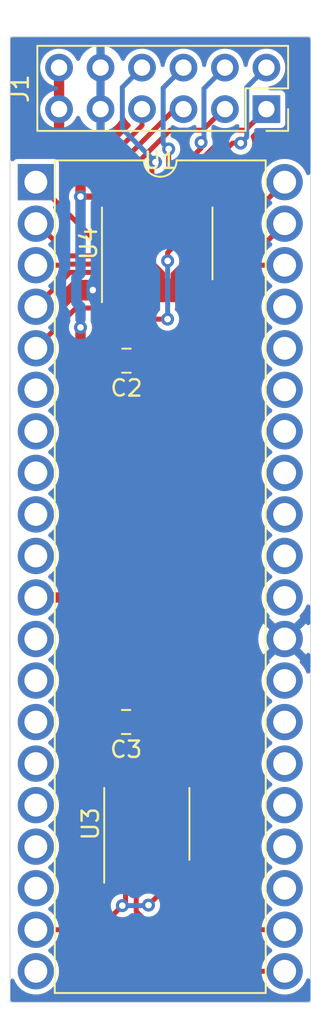
<source format=kicad_pcb>
(kicad_pcb (version 20240108) (generator "pcbnew") (generator_version "8.0")
  (layers (0 "F.Cu" signal) (31 "B.Cu" signal) (34 "B.Paste" user) (35 "F.Paste" user) (36 "B.SilkS" user "B.Silkscreen") (37 "F.SilkS" user "F.Silkscreen") (38 "B.Mask" user) (39 "F.Mask" user) (44 "Edge.Cuts" user))
  (net 0 "")
  (net 1 "+5V")
  (net 2 "GND")
  (net 3 "D4")
  (net 4 "D7")
  (net 5 "D1")
  (net 6 "D6")
  (net 7 "A0")
  (net 8 "D3")
  (net 9 "A1")
  (net 10 "D5")
  (net 11 "D0")
  (net 12 "A4")
  (net 13 "D2")
  (net 14 "A3")
  (net 15 "A5")
  (net 16 "A7")
  (net 17 "A6")
  (net 18 "A2")
  (net 19 "_RESET")
  (net 20 "_M1")
  (net 21 "_IORQ")
  (net 22 "A11")
  (net 23 "_RD")
  (net 24 "A12")
  (net 25 "_WR")
  (net 26 "A13")
  (net 27 "_BUSAK")
  (net 28 "A14")
  (net 29 "_WAIT")
  (net 30 "A15")
  (net 31 "_BUSRQ")
  (net 32 "CLK")
  (net 33 "_REFSH")
  (net 34 "_INT")
  (net 35 "_NMI")
  (net 36 "_HALT")
  (net 37 "A8")
  (net 38 "_MREQ")
  (net 39 "A9")
  (net 40 "A10")
  (net 41 "Net-(U3-Pad1)")
  (net 42 "Net-(U3-Pad4)")
  (net 43 "Net-(U3-Pad10)")
  (net 44 "LOAD")
  (net 45 "X8")
  (net 46 "X9")
  (net 47 "X12")
  (net 48 "X15")
  (net 49 "X11")
  (net 50 "X14")
  (net 51 "X10")
  (net 52 "X13")
  (footprint "Capacitor_SMD:C_0805_2012Metric_Pad1.18x1.45mm_HandSolder" (layer "F.Cu") (at 141.732 64.77 180)
    (property "Reference" "C3" (at 0 -1.68 0) (layer "F.SilkS"))
    (property "Value" "0.1uF")
    (fp_line (start -0.261252 0.735) (end 0.261252 0.735) (stroke (width 0.12)) (layer "F.SilkS"))
    (fp_line (start -0.261252 -0.735) (end 0.261252 -0.735) (stroke (width 0.12)) (layer "F.SilkS"))
    (pad "1" smd roundrect (at -1.0375 0 180) (size 1.175 1.45) (layers "F.Cu" "F.Paste" "F.Mask") (roundrect_rratio 0.2127659574) (net 2 "GND"))
    (pad "2" smd roundrect (at 1.0375 0 180) (size 1.175 1.45) (layers "F.Cu" "F.Paste" "F.Mask") (roundrect_rratio 0.2127659574) (net 1 "+5V"))
  )
  (footprint "Package_SO:TSSOP-20_4.4x6.5mm_P0.65mm" (layer "F.Cu") (at 143.6375 35.5 90)
    (property "Reference" "U4" (at 0 -4.2 90) (layer "F.SilkS"))
    (property "Value" "74HCT574")
    (fp_line (start 0 -3.385) (end 2.2 -3.385) (stroke (width 0.12)) (layer "F.SilkS"))
    (fp_line (start 0 -3.385) (end -3.6 -3.385) (stroke (width 0.12)) (layer "F.SilkS"))
    (fp_line (start 0 3.385) (end 2.2 3.385) (stroke (width 0.12)) (layer "F.SilkS"))
    (fp_line (start 0 3.385) (end -2.2 3.385) (stroke (width 0.12)) (layer "F.SilkS"))
    (pad "1" smd roundrect (at -2.8625 -2.925 90) (size 1.475 0.4) (layers "F.Cu" "F.Paste" "F.Mask") (net 2 "GND"))
    (pad "2" smd roundrect (at -2.8625 -2.275 90) (size 1.475 0.4) (layers "F.Cu" "F.Paste" "F.Mask") (net 30 "A15"))
    (pad "3" smd roundrect (at -2.8625 -1.625 90) (size 1.475 0.4) (layers "F.Cu" "F.Paste" "F.Mask") (net 28 "A14"))
    (pad "4" smd roundrect (at -2.8625 -0.975 90) (size 1.475 0.4) (layers "F.Cu" "F.Paste" "F.Mask") (net 26 "A13"))
    (pad "5" smd roundrect (at -2.8625 -0.325 90) (size 1.475 0.4) (layers "F.Cu" "F.Paste" "F.Mask") (net 24 "A12"))
    (pad "6" smd roundrect (at -2.8625 0.325 90) (size 1.475 0.4) (layers "F.Cu" "F.Paste" "F.Mask") (net 22 "A11"))
    (pad "7" smd roundrect (at -2.8625 0.975 90) (size 1.475 0.4) (layers "F.Cu" "F.Paste" "F.Mask") (net 40 "A10"))
    (pad "8" smd roundrect (at -2.8625 1.625 90) (size 1.475 0.4) (layers "F.Cu" "F.Paste" "F.Mask") (net 39 "A9"))
    (pad "9" smd roundrect (at -2.8625 2.275 90) (size 1.475 0.4) (layers "F.Cu" "F.Paste" "F.Mask") (net 37 "A8"))
    (pad "10" smd roundrect (at -2.8625 2.925 90) (size 1.475 0.4) (layers "F.Cu" "F.Paste" "F.Mask") (net 2 "GND"))
    (pad "11" smd roundrect (at 2.8625 2.925 90) (size 1.475 0.4) (layers "F.Cu" "F.Paste" "F.Mask") (net 44 "LOAD"))
    (pad "12" smd roundrect (at 2.8625 2.275 90) (size 1.475 0.4) (layers "F.Cu" "F.Paste" "F.Mask") (net 45 "X8"))
    (pad "13" smd roundrect (at 2.8625 1.625 90) (size 1.475 0.4) (layers "F.Cu" "F.Paste" "F.Mask") (net 46 "X9"))
    (pad "14" smd roundrect (at 2.8625 0.975 90) (size 1.475 0.4) (layers "F.Cu" "F.Paste" "F.Mask") (net 51 "X10"))
    (pad "15" smd roundrect (at 2.8625 0.325 90) (size 1.475 0.4) (layers "F.Cu" "F.Paste" "F.Mask") (net 49 "X11"))
    (pad "16" smd roundrect (at 2.8625 -0.325 90) (size 1.475 0.4) (layers "F.Cu" "F.Paste" "F.Mask") (net 47 "X12"))
    (pad "17" smd roundrect (at 2.8625 -0.975 90) (size 1.475 0.4) (layers "F.Cu" "F.Paste" "F.Mask") (net 52 "X13"))
    (pad "18" smd roundrect (at 2.8625 -1.625 90) (size 1.475 0.4) (layers "F.Cu" "F.Paste" "F.Mask") (net 50 "X14"))
    (pad "19" smd roundrect (at 2.8625 -2.275 90) (size 1.475 0.4) (layers "F.Cu" "F.Paste" "F.Mask") (net 48 "X15"))
    (pad "20" smd roundrect (at 2.8625 -2.925 90) (size 1.475 0.4) (layers "F.Cu" "F.Paste" "F.Mask") (net 1 "+5V"))
  )
  (footprint "Package_DIP:DIP-40_W15.24mm" (layer "F.Cu") (at 136.2025 31.755)
    (property "Reference" "U1" (at 7.62 -1.33 0) (layer "F.SilkS"))
    (property "Value" "Z80")
    (fp_line (start 1.16 -1.33) (end 1.16 49.59) (stroke (width 0.12)) (layer "F.SilkS"))
    (fp_line (start 1.16 49.59) (end 14.08 49.59) (stroke (width 0.12)) (layer "F.SilkS"))
    (fp_line (start 6.62 -1.33) (end 1.16 -1.33) (stroke (width 0.12)) (layer "F.SilkS"))
    (fp_line (start 14.08 -1.33) (end 8.62 -1.33) (stroke (width 0.12)) (layer "F.SilkS"))
    (fp_line (start 14.08 49.59) (end 14.08 -1.33) (stroke (width 0.12)) (layer "F.SilkS"))
    (fp_arc (start 8.62 -1.33) (mid 7.62 -0.33) (end 6.62 -1.33) (stroke (width 0.12)) (layer "F.SilkS"))
    (pad "1" thru_hole rect (at 0 0) (size 2.2225 2.2225) (drill 1.397) (layers "*.Cu" "*.Mask") (net 22 "A11"))
    (pad "2" thru_hole circle (at 0 2.54) (size 2.2225 2.2225) (drill 1.397) (layers "*.Cu" "*.Mask") (net 24 "A12"))
    (pad "3" thru_hole circle (at 0 5.08) (size 2.2225 2.2225) (drill 1.397) (layers "*.Cu" "*.Mask") (net 26 "A13"))
    (pad "4" thru_hole circle (at 0 7.62) (size 2.2225 2.2225) (drill 1.397) (layers "*.Cu" "*.Mask") (net 28 "A14"))
    (pad "5" thru_hole circle (at 0 10.16) (size 2.2225 2.2225) (drill 1.397) (layers "*.Cu" "*.Mask") (net 30 "A15"))
    (pad "6" thru_hole circle (at 0 12.7) (size 2.2225 2.2225) (drill 1.397) (layers "*.Cu" "*.Mask") (net 32 "CLK"))
    (pad "7" thru_hole circle (at 0 15.24) (size 2.2225 2.2225) (drill 1.397) (layers "*.Cu" "*.Mask") (net 3 "D4"))
    (pad "8" thru_hole circle (at 0 17.78) (size 2.2225 2.2225) (drill 1.397) (layers "*.Cu" "*.Mask") (net 8 "D3"))
    (pad "9" thru_hole circle (at 0 20.32) (size 2.2225 2.2225) (drill 1.397) (layers "*.Cu" "*.Mask") (net 10 "D5"))
    (pad "10" thru_hole circle (at 0 22.86) (size 2.2225 2.2225) (drill 1.397) (layers "*.Cu" "*.Mask") (net 6 "D6"))
    (pad "11" thru_hole circle (at 0 25.4) (size 2.2225 2.2225) (drill 1.397) (layers "*.Cu" "*.Mask") (net 1 "+5V"))
    (pad "12" thru_hole circle (at 0 27.94) (size 2.2225 2.2225) (drill 1.397) (layers "*.Cu" "*.Mask") (net 13 "D2"))
    (pad "13" thru_hole circle (at 0 30.48) (size 2.2225 2.2225) (drill 1.397) (layers "*.Cu" "*.Mask") (net 4 "D7"))
    (pad "14" thru_hole circle (at 0 33.02) (size 2.2225 2.2225) (drill 1.397) (layers "*.Cu" "*.Mask") (net 11 "D0"))
    (pad "15" thru_hole circle (at 0 35.56) (size 2.2225 2.2225) (drill 1.397) (layers "*.Cu" "*.Mask") (net 5 "D1"))
    (pad "16" thru_hole circle (at 0 38.1) (size 2.2225 2.2225) (drill 1.397) (layers "*.Cu" "*.Mask") (net 34 "_INT"))
    (pad "17" thru_hole circle (at 0 40.64) (size 2.2225 2.2225) (drill 1.397) (layers "*.Cu" "*.Mask") (net 35 "_NMI"))
    (pad "18" thru_hole circle (at 0 43.18) (size 2.2225 2.2225) (drill 1.397) (layers "*.Cu" "*.Mask") (net 36 "_HALT"))
    (pad "19" thru_hole circle (at 0 45.72) (size 2.2225 2.2225) (drill 1.397) (layers "*.Cu" "*.Mask") (net 38 "_MREQ"))
    (pad "20" thru_hole circle (at 0 48.26) (size 2.2225 2.2225) (drill 1.397) (layers "*.Cu" "*.Mask") (net 21 "_IORQ"))
    (pad "21" thru_hole circle (at 15.24 48.26) (size 2.2225 2.2225) (drill 1.397) (layers "*.Cu" "*.Mask") (net 23 "_RD"))
    (pad "22" thru_hole circle (at 15.24 45.72) (size 2.2225 2.2225) (drill 1.397) (layers "*.Cu" "*.Mask") (net 25 "_WR"))
    (pad "23" thru_hole circle (at 15.24 43.18) (size 2.2225 2.2225) (drill 1.397) (layers "*.Cu" "*.Mask") (net 27 "_BUSAK"))
    (pad "24" thru_hole circle (at 15.24 40.64) (size 2.2225 2.2225) (drill 1.397) (layers "*.Cu" "*.Mask") (net 29 "_WAIT"))
    (pad "25" thru_hole circle (at 15.24 38.1) (size 2.2225 2.2225) (drill 1.397) (layers "*.Cu" "*.Mask") (net 31 "_BUSRQ"))
    (pad "26" thru_hole circle (at 15.24 35.56) (size 2.2225 2.2225) (drill 1.397) (layers "*.Cu" "*.Mask") (net 19 "_RESET"))
    (pad "27" thru_hole circle (at 15.24 33.02) (size 2.2225 2.2225) (drill 1.397) (layers "*.Cu" "*.Mask") (net 20 "_M1"))
    (pad "28" thru_hole circle (at 15.24 30.48) (size 2.2225 2.2225) (drill 1.397) (layers "*.Cu" "*.Mask") (net 33 "_REFSH"))
    (pad "29" thru_hole circle (at 15.24 27.94) (size 2.2225 2.2225) (drill 1.397) (layers "*.Cu" "*.Mask") (net 2 "GND"))
    (pad "30" thru_hole circle (at 15.24 25.4) (size 2.2225 2.2225) (drill 1.397) (layers "*.Cu" "*.Mask") (net 7 "A0"))
    (pad "31" thru_hole circle (at 15.24 22.86) (size 2.2225 2.2225) (drill 1.397) (layers "*.Cu" "*.Mask") (net 9 "A1"))
    (pad "32" thru_hole circle (at 15.24 20.32) (size 2.2225 2.2225) (drill 1.397) (layers "*.Cu" "*.Mask") (net 18 "A2"))
    (pad "33" thru_hole circle (at 15.24 17.78) (size 2.2225 2.2225) (drill 1.397) (layers "*.Cu" "*.Mask") (net 14 "A3"))
    (pad "34" thru_hole circle (at 15.24 15.24) (size 2.2225 2.2225) (drill 1.397) (layers "*.Cu" "*.Mask") (net 12 "A4"))
    (pad "35" thru_hole circle (at 15.24 12.7) (size 2.2225 2.2225) (drill 1.397) (layers "*.Cu" "*.Mask") (net 15 "A5"))
    (pad "36" thru_hole circle (at 15.24 10.16) (size 2.2225 2.2225) (drill 1.397) (layers "*.Cu" "*.Mask") (net 17 "A6"))
    (pad "37" thru_hole circle (at 15.24 7.62) (size 2.2225 2.2225) (drill 1.397) (layers "*.Cu" "*.Mask") (net 16 "A7"))
    (pad "38" thru_hole circle (at 15.24 5.08) (size 2.2225 2.2225) (drill 1.397) (layers "*.Cu" "*.Mask") (net 37 "A8"))
    (pad "39" thru_hole circle (at 15.24 2.54) (size 2.2225 2.2225) (drill 1.397) (layers "*.Cu" "*.Mask") (net 39 "A9"))
    (pad "40" thru_hole circle (at 15.24 0) (size 2.2225 2.2225) (drill 1.397) (layers "*.Cu" "*.Mask") (net 40 "A10"))
  )
  (footprint "Capacitor_SMD:C_0805_2012Metric_Pad1.18x1.45mm_HandSolder" (layer "F.Cu") (at 141.7535 42.672 180)
    (property "Reference" "C2" (at 0 -1.68 0) (layer "F.SilkS"))
    (property "Value" "0.1uF")
    (fp_line (start -0.261252 0.735) (end 0.261252 0.735) (stroke (width 0.12)) (layer "F.SilkS"))
    (fp_line (start -0.261252 -0.735) (end 0.261252 -0.735) (stroke (width 0.12)) (layer "F.SilkS"))
    (pad "1" smd roundrect (at -1.0375 0 180) (size 1.175 1.45) (layers "F.Cu" "F.Paste" "F.Mask") (roundrect_rratio 0.2127659574) (net 2 "GND"))
    (pad "2" smd roundrect (at 1.0375 0 180) (size 1.175 1.45) (layers "F.Cu" "F.Paste" "F.Mask") (roundrect_rratio 0.2127659574) (net 1 "+5V"))
  )
  (footprint "Connector_PinSocket_2.54mm:PinSocket_2x06_P2.54mm_Vertical" (layer "F.Cu") (at 150.325 27.29 -90)
    (property "Reference" "J1" (at -1.255 15.07 -90) (layer "F.SilkS"))
    (property "Value" "PMOD")
    (fp_line (start -3.87 14.03) (end 1.33 14.03) (stroke (width 0.12)) (layer "F.SilkS"))
    (fp_line (start -1.27 1.27) (end 1.33 1.27) (stroke (width 0.12)) (layer "F.SilkS"))
    (fp_line (start 1.33 1.27) (end 1.33 14.03) (stroke (width 0.12)) (layer "F.SilkS"))
    (fp_line (start -3.87 -1.33) (end -3.87 14.03) (stroke (width 0.12)) (layer "F.SilkS"))
    (fp_line (start -3.87 -1.33) (end -1.27 -1.33) (stroke (width 0.12)) (layer "F.SilkS"))
    (fp_line (start -1.27 -1.33) (end -1.27 1.27) (stroke (width 0.12)) (layer "F.SilkS"))
    (fp_line (start 0 -1.33) (end 1.33 -1.33) (stroke (width 0.12)) (layer "F.SilkS"))
    (fp_line (start 1.33 -1.33) (end 1.33 0) (stroke (width 0.12)) (layer "F.SilkS"))
    (pad "1" thru_hole rect (at 0 0 270) (size 1.7 1.7) (drill 1) (layers "*.Cu" "*.Mask") (net 46 "X9"))
    (pad "2" thru_hole oval (at -2.54 0 270) (size 1.7 1.7) (drill 1) (layers "*.Cu" "*.Mask") (net 45 "X8"))
    (pad "3" thru_hole oval (at 0 2.54 270) (size 1.7 1.7) (drill 1) (layers "*.Cu" "*.Mask") (net 52 "X13"))
    (pad "4" thru_hole oval (at -2.54 2.54 270) (size 1.7 1.7) (drill 1) (layers "*.Cu" "*.Mask") (net 51 "X10"))
    (pad "5" thru_hole oval (at 0 5.08 270) (size 1.7 1.7) (drill 1) (layers "*.Cu" "*.Mask") (net 50 "X14"))
    (pad "6" thru_hole oval (at -2.54 5.08 270) (size 1.7 1.7) (drill 1) (layers "*.Cu" "*.Mask") (net 49 "X11"))
    (pad "7" thru_hole oval (at 0 7.62 270) (size 1.7 1.7) (drill 1) (layers "*.Cu" "*.Mask") (net 48 "X15"))
    (pad "8" thru_hole oval (at -2.54 7.62 270) (size 1.7 1.7) (drill 1) (layers "*.Cu" "*.Mask") (net 47 "X12"))
    (pad "9" thru_hole oval (at 0 10.16 270) (size 1.7 1.7) (drill 1) (layers "*.Cu" "*.Mask") (net 2 "GND"))
    (pad "10" thru_hole oval (at -2.54 10.16 270) (size 1.7 1.7) (drill 1) (layers "*.Cu" "*.Mask") (net 2 "GND"))
    (pad "11" thru_hole oval (at 0 12.7 270) (size 1.7 1.7) (drill 1) (layers "*.Cu" "*.Mask") (net 1 "+5V"))
    (pad "12" thru_hole oval (at -2.54 12.7 270) (size 1.7 1.7) (drill 1) (layers "*.Cu" "*.Mask") (net 1 "+5V"))
  )
  (footprint "Package_SO:TSSOP-14_4.4x5mm_P0.65mm" (layer "F.Cu") (at 143 71 90)
    (property "Reference" "U3" (at 0 -3.45 90) (layer "F.SilkS"))
    (property "Value" "74HCT02")
    (fp_line (start 0 -2.61) (end 2.2 -2.61) (stroke (width 0.12)) (layer "F.SilkS"))
    (fp_line (start 0 -2.61) (end -3.6 -2.61) (stroke (width 0.12)) (layer "F.SilkS"))
    (fp_line (start 0 2.61) (end 2.2 2.61) (stroke (width 0.12)) (layer "F.SilkS"))
    (fp_line (start 0 2.61) (end -2.2 2.61) (stroke (width 0.12)) (layer "F.SilkS"))
    (pad "1" smd roundrect (at -2.8625 -1.95 90) (size 1.475 0.4) (layers "F.Cu" "F.Paste" "F.Mask") (net 41 "Net-(U3-Pad1)"))
    (pad "2" smd roundrect (at -2.8625 -1.3 90) (size 1.475 0.4) (layers "F.Cu" "F.Paste" "F.Mask") (net 38 "_MREQ"))
    (pad "3" smd roundrect (at -2.8625 -0.65 90) (size 1.475 0.4) (layers "F.Cu" "F.Paste" "F.Mask") (net 23 "_RD"))
    (pad "4" smd roundrect (at -2.8625 0 90) (size 1.475 0.4) (layers "F.Cu" "F.Paste" "F.Mask") (net 42 "Net-(U3-Pad4)"))
    (pad "5" smd roundrect (at -2.8625 0.65 90) (size 1.475 0.4) (layers "F.Cu" "F.Paste" "F.Mask") (net 38 "_MREQ"))
    (pad "6" smd roundrect (at -2.8625 1.3 90) (size 1.475 0.4) (layers "F.Cu" "F.Paste" "F.Mask") (net 25 "_WR"))
    (pad "7" smd roundrect (at -2.8625 1.95 90) (size 1.475 0.4) (layers "F.Cu" "F.Paste" "F.Mask") (net 2 "GND"))
    (pad "8" smd roundrect (at 2.8625 1.95 90) (size 1.475 0.4) (layers "F.Cu" "F.Paste" "F.Mask") (net 42 "Net-(U3-Pad4)"))
    (pad "9" smd roundrect (at 2.8625 1.3 90) (size 1.475 0.4) (layers "F.Cu" "F.Paste" "F.Mask") (net 41 "Net-(U3-Pad1)"))
    (pad "10" smd roundrect (at 2.8625 0.65 90) (size 1.475 0.4) (layers "F.Cu" "F.Paste" "F.Mask") (net 43 "Net-(U3-Pad10)"))
    (pad "11" smd roundrect (at 2.8625 0 90) (size 1.475 0.4) (layers "F.Cu" "F.Paste" "F.Mask") (net 43 "Net-(U3-Pad10)"))
    (pad "12" smd roundrect (at 2.8625 -0.65 90) (size 1.475 0.4) (layers "F.Cu" "F.Paste" "F.Mask") (net 43 "Net-(U3-Pad10)"))
    (pad "13" smd roundrect (at 2.8625 -1.3 90) (size 1.475 0.4) (layers "F.Cu" "F.Paste" "F.Mask") (net 44 "LOAD"))
    (pad "14" smd roundrect (at 2.8625 -1.95 90) (size 1.475 0.4) (layers "F.Cu" "F.Paste" "F.Mask") (net 1 "+5V"))
  )
  (gr_rect (start 134.62 22.86) (end 153.035 81.915) (stroke (width 0.05)) (fill none) (layer "Edge.Cuts"))
  (segment (start 138.938 42.672) (end 138.938 40.64) (width 0.635) (layer "F.Cu") (net 1))
  (segment (start 136.2025 57.155) (end 138.933 57.155) (width 0.635) (layer "F.Cu") (net 1))
  (segment (start 140.716 42.672) (end 138.938 42.672) (width 0.635) (layer "F.Cu") (net 1))
  (segment (start 138.938 32.639) (end 138.9395 32.6375) (width 0.3048) (layer "F.Cu") (net 1))
  (segment (start 138.938 42.672) (end 138.938 57.15) (width 0.635) (layer "F.Cu") (net 1))
  (segment (start 138.938 68.072) (end 140.9845 68.072) (width 0.381) (layer "F.Cu") (net 1))
  (segment (start 138.9395 32.6375) (end 140.7125 32.6375) (width 0.381) (layer "F.Cu") (net 1))
  (segment (start 137.668 29.718) (end 137.625 29.675) (width 0.3048) (layer "F.Cu") (net 1))
  (segment (start 140.9845 68.072) (end 141.05 68.1375) (width 0.3048) (layer "F.Cu") (net 1))
  (segment (start 138.933 57.155) (end 138.938 57.15) (width 0.3048) (layer "F.Cu") (net 1))
  (segment (start 137.625 29.675) (end 137.625 24.75) (width 0.635) (layer "F.Cu") (net 1))
  (segment (start 138.938 32.639) (end 138.938 29.718) (width 0.635) (layer "F.Cu") (net 1))
  (segment (start 138.938 64.77) (end 138.938 68.072) (width 0.635) (layer "F.Cu") (net 1))
  (segment (start 140.6945 64.77) (end 138.938 64.77) (width 0.635) (layer "F.Cu") (net 1))
  (segment (start 138.938 29.718) (end 137.668 29.718) (width 0.635) (layer "F.Cu") (net 1))
  (segment (start 138.938 57.15) (end 138.938 64.77) (width 0.635) (layer "F.Cu") (net 1))
  (via (at 138.938 32.639) (size 0.8) (drill 0.4) (layers "F.Cu" "B.Cu") (net 1))
  (via (at 138.938 40.64) (size 0.8) (drill 0.4) (layers "F.Cu" "B.Cu") (net 1))
  (segment (start 138.938 37.338) (end 138.684 37.592) (width 0.635) (layer "B.Cu") (net 1))
  (segment (start 138.938 39.37) (end 138.938 40.132) (width 0.635) (layer "B.Cu") (net 1))
  (segment (start 138.938 32.639) (end 138.938 37.338) (width 0.635) (layer "B.Cu") (net 1))
  (segment (start 138.684 39.116) (end 138.938 39.37) (width 0.635) (layer "B.Cu") (net 1))
  (segment (start 138.684 37.592) (end 138.684 39.116) (width 0.635) (layer "B.Cu") (net 1))
  (segment (start 139.6984 38.3625) (end 140.7125 38.3625) (width 0.3048) (layer "F.Cu") (net 2))
  (segment (start 139.6899 38.354) (end 139.6984 38.3625) (width 0.3048) (layer "F.Cu") (net 2))
  (via (at 139.6899 38.354) (size 0.8) (drill 0.4) (layers "F.Cu" "B.Cu") (net 2))
  (segment (start 140.2582 35.7582) (end 142.399888 35.7582) (width 0.3048) (layer "F.Cu") (net 22))
  (segment (start 142.399888 35.7582) (end 143.9625 37.320812) (width 0.3048) (layer "F.Cu") (net 22))
  (segment (start 136.255 31.755) (end 140.2582 35.7582) (width 0.3048) (layer "F.Cu") (net 22))
  (segment (start 136.2025 31.755) (end 136.255 31.755) (width 0.3048) (layer "F.Cu") (net 22))
  (segment (start 143.9625 37.320812) (end 143.9625 38.3625) (width 0.3048) (layer "F.Cu") (net 22))
  (segment (start 151.4425 80.015) (end 146.015 80.015) (width 0.3048) (layer "F.Cu") (net 23))
  (segment (start 142.35 76.35) (end 142.35 73.8625) (width 0.3048) (layer "F.Cu") (net 23))
  (segment (start 146.015 80.015) (end 142.35 76.35) (width 0.3048) (layer "F.Cu") (net 23))
  (segment (start 138.263 36.263) (end 142.190792 36.263) (width 0.3048) (layer "F.Cu") (net 24))
  (segment (start 136.2025 34.295) (end 136.295 34.295) (width 0.3048) (layer "F.Cu") (net 24))
  (segment (start 136.295 34.295) (end 138.263 36.263) (width 0.3048) (layer "F.Cu") (net 24))
  (segment (start 143.3125 37.384708) (end 143.3125 38.3625) (width 0.3048) (layer "F.Cu") (net 24))
  (segment (start 142.190792 36.263) (end 143.3125 37.384708) (width 0.3048) (layer "F.Cu") (net 24))
  (segment (start 151.4425 77.475) (end 145.975 77.475) (width 0.3048) (layer "F.Cu") (net 25))
  (segment (start 145.975 77.475) (end 144.3 75.8) (width 0.3048) (layer "F.Cu") (net 25))
  (segment (start 144.3 75.8) (end 144.3 73.8625) (width 0.3048) (layer "F.Cu") (net 25))
  (segment (start 138.028604 36.835) (end 138.095805 36.7678) (width 0.3048) (layer "F.Cu") (net 26))
  (segment (start 142.6625 37.448604) (end 142.6625 38.3625) (width 0.3048) (layer "F.Cu") (net 26))
  (segment (start 138.095805 36.7678) (end 141.981696 36.7678) (width 0.3048) (layer "F.Cu") (net 26))
  (segment (start 136.2025 36.835) (end 138.028604 36.835) (width 0.3048) (layer "F.Cu") (net 26))
  (segment (start 141.981696 36.7678) (end 142.6625 37.448604) (width 0.3048) (layer "F.Cu") (net 26))
  (segment (start 136.2025 39.375) (end 138.3049 37.2726) (width 0.3048) (layer "F.Cu") (net 28))
  (segment (start 138.3049 37.2726) (end 141.7726 37.2726) (width 0.3048) (layer "F.Cu") (net 28))
  (segment (start 142.0125 37.5125) (end 142.0125 38.3625) (width 0.3048) (layer "F.Cu") (net 28))
  (segment (start 141.7726 37.2726) (end 142.0125 37.5125) (width 0.3048) (layer "F.Cu") (net 28))
  (segment (start 141.3625 39.08979) (end 141.3625 38.3625) (width 0.3048) (layer "F.Cu") (net 30))
  (segment (start 136.2025 41.915) (end 138.6651 39.4524) (width 0.3048) (layer "F.Cu") (net 30))
  (segment (start 140.99989 39.4524) (end 141.3625 39.08979) (width 0.3048) (layer "F.Cu") (net 30))
  (segment (start 138.6651 39.4524) (end 140.99989 39.4524) (width 0.3048) (layer "F.Cu") (net 30))
  (segment (start 151.4425 36.835) (end 146.71271 36.835) (width 0.3048) (layer "F.Cu") (net 37))
  (segment (start 145.9125 37.63521) (end 145.9125 38.3625) (width 0.3048) (layer "F.Cu") (net 37))
  (segment (start 146.71271 36.835) (end 145.9125 37.63521) (width 0.3048) (layer "F.Cu") (net 37))
  (segment (start 141.7 75.8) (end 141.7 73.8625) (width 0.3048) (layer "F.Cu") (net 38))
  (segment (start 143.65 75.420226) (end 143.65 73.8625) (width 0.3048) (layer "F.Cu") (net 38))
  (segment (start 143.1019 75.968326) (end 143.65 75.420226) (width 0.3048) (layer "F.Cu") (net 38))
  (segment (start 136.2025 77.475) (end 140.025 77.475) (width 0.3048) (layer "F.Cu") (net 38))
  (segment (start 140.025 77.475) (end 141.5 76) (width 0.3048) (layer "F.Cu") (net 38))
  (segment (start 141.5 76) (end 141.7 75.8) (width 0.3048) (layer "F.Cu") (net 38))
  (via (at 141.5 76) (size 0.8) (drill 0.4) (layers "F.Cu" "B.Cu") (net 38))
  (via (at 143.1019 75.968326) (size 0.8) (drill 0.4) (layers "F.Cu" "B.Cu") (net 38))
  (segment (start 143.070226 76) (end 141.5 76) (width 0.3048) (layer "B.Cu") (net 38))
  (segment (start 143.1019 75.968326) (end 143.070226 76) (width 0.3048) (layer "B.Cu") (net 38))
  (segment (start 145.2625 37.44001) (end 145.2625 38.3625) (width 0.3048) (layer "F.Cu") (net 39))
  (segment (start 151.4425 34.295) (end 149.4073 36.3302) (width 0.3048) (layer "F.Cu") (net 39))
  (segment (start 149.4073 36.3302) (end 146.37231 36.3302) (width 0.3048) (layer "F.Cu") (net 39))
  (segment (start 146.37231 36.3302) (end 145.2625 37.44001) (width 0.3048) (layer "F.Cu") (net 39))
  (segment (start 144.6125 37.376114) (end 144.6125 38.3625) (width 0.3048) (layer "F.Cu") (net 40))
  (segment (start 147.3721 35.8254) (end 146.163215 35.8254) (width 0.3048) (layer "F.Cu") (net 40))
  (segment (start 146.163215 35.8254) (end 144.6125 37.376114) (width 0.3048) (layer "F.Cu") (net 40))
  (segment (start 151.4425 31.755) (end 147.3721 35.8254) (width 0.3048) (layer "F.Cu") (net 40))
  (segment (start 141.05 72.45) (end 144.3 69.2) (width 0.3048) (layer "F.Cu") (net 41))
  (segment (start 141.05 73.8625) (end 141.05 72.45) (width 0.3048) (layer "F.Cu") (net 41))
  (segment (start 144.3 69.2) (end 144.3 68.1375) (width 0.3048) (layer "F.Cu") (net 41))
  (segment (start 143 73.8625) (end 143 72) (width 0.3048) (layer "F.Cu") (net 42))
  (segment (start 143 72) (end 144.95 70.05) (width 0.3048) (layer "F.Cu") (net 42))
  (segment (start 144.95 70.05) (end 144.95 68.1375) (width 0.3048) (layer "F.Cu") (net 42))
  (segment (start 143.65 68.1375) (end 142.35 68.1375) (width 0.3048) (layer "F.Cu") (net 43))
  (segment (start 146.5625 33.7775) (end 146.5625 32.6375) (width 0.3048) (layer "F.Cu") (net 44))
  (segment (start 144.272 40.132) (end 141.732 40.132) (width 0.3048) (layer "F.Cu") (net 44))
  (segment (start 141.732 40.132) (end 141.7 40.164) (width 0.3048) (layer "F.Cu") (net 44))
  (segment (start 144.276518 36.063482) (end 146.5625 33.7775) (width 0.3048) (layer "F.Cu") (net 44))
  (segment (start 141.7 40.164) (end 141.7 68.1375) (width 0.3048) (layer "F.Cu") (net 44))
  (segment (start 144.276518 36.571482) (end 144.276518 36.063482) (width 0.3048) (layer "F.Cu") (net 44))
  (via (at 144.272 40.132) (size 0.8) (drill 0.4) (layers "F.Cu" "B.Cu") (net 44))
  (via (at 144.276518 36.571482) (size 0.8) (drill 0.4) (layers "F.Cu" "B.Cu") (net 44))
  (segment (start 144.276518 40.127482) (end 144.272 40.132) (width 0.3048) (layer "B.Cu") (net 44))
  (segment (start 144.276518 36.571482) (end 144.276518 40.127482) (width 0.3048) (layer "B.Cu") (net 44))
  (segment (start 145.9125 31.701396) (end 145.9125 32.6375) (width 0.3048) (layer "F.Cu") (net 45))
  (segment (start 148.245146 29.36875) (end 145.9125 31.701396) (width 0.3048) (layer "F.Cu") (net 45))
  (segment (start 148.74875 29.36875) (end 148.245146 29.36875) (width 0.3048) (layer "F.Cu") (net 45))
  (via (at 148.74875 29.36875) (size 0.8) (drill 0.4) (layers "F.Cu" "B.Cu") (net 45))
  (segment (start 149.1226 28.9949) (end 149.1226 25.9524) (width 0.3048) (layer "B.Cu") (net 45))
  (segment (start 149.1226 25.9524) (end 150.325 24.75) (width 0.3048) (layer "B.Cu") (net 45))
  (segment (start 148.74875 29.36875) (end 149.1226 28.9949) (width 0.3048) (layer "B.Cu") (net 45))
  (segment (start 148.138896 28.575) (end 149.04 28.575) (width 0.3048) (layer "F.Cu") (net 46))
  (segment (start 145.2625 31.451396) (end 148.138896 28.575) (width 0.3048) (layer "F.Cu") (net 46))
  (segment (start 149.04 28.575) (end 150.325 27.29) (width 0.3048) (layer "F.Cu") (net 46))
  (segment (start 145.2625 32.6375) (end 145.2625 31.451396) (width 0.3048) (layer "F.Cu") (net 46))
  (segment (start 143.3125 30.580552) (end 143.3125 32.6375) (width 0.3048) (layer "F.Cu") (net 47))
  (segment (start 143.361378 30.531674) (end 143.3125 30.580552) (width 0.3048) (layer "F.Cu") (net 47))
  (segment (start 143.531674 30.531674) (end 143.361378 30.531674) (width 0.3048) (layer "F.Cu") (net 47))
  (via (at 143.531674 30.531674) (size 0.8) (drill 0.4) (layers "F.Cu" "B.Cu") (net 47))
  (segment (start 141.5 25.955) (end 142.705 24.75) (width 0.3048) (layer "B.Cu") (net 47))
  (segment (start 141.5 28.5) (end 141.5 25.955) (width 0.3048) (layer "B.Cu") (net 47))
  (segment (start 143.531674 30.531674) (end 141.5 28.5) (width 0.3048) (layer "B.Cu") (net 47))
  (segment (start 141.3625 32.6375) (end 141.3625 29.6375) (width 0.3048) (layer "F.Cu") (net 48))
  (segment (start 142.705 28.295) (end 142.705 27.29) (width 0.3048) (layer "F.Cu") (net 48))
  (segment (start 141.3625 29.6375) (end 142.705 28.295) (width 0.3048) (layer "F.Cu") (net 48))
  (segment (start 144.0048 32.5952) (end 143.9625 32.6375) (width 0.3048) (layer "F.Cu") (net 49))
  (segment (start 144.0048 31.281304) (end 144.0048 32.5952) (width 0.3048) (layer "F.Cu") (net 49))
  (segment (start 144.338337 30.947767) (end 144.0048 31.281304) (width 0.3048) (layer "F.Cu") (net 49))
  (segment (start 144.338337 29.725011) (end 144.338337 30.947767) (width 0.3048) (layer "F.Cu") (net 49))
  (via (at 144.338337 29.725011) (size 0.8) (drill 0.4) (layers "F.Cu" "B.Cu") (net 49))
  (segment (start 144 25.995) (end 145.245 24.75) (width 0.3048) (layer "B.Cu") (net 49))
  (segment (start 144.338337 29.725011) (end 144 29.386674) (width 0.3048) (layer "B.Cu") (net 49))
  (segment (start 144 29.386674) (end 144 25.995) (width 0.3048) (layer "B.Cu") (net 49))
  (segment (start 142.0125 29.9875) (end 144.71 27.29) (width 0.3048) (layer "F.Cu") (net 50))
  (segment (start 144.71 27.29) (end 145.245 27.29) (width 0.3048) (layer "F.Cu") (net 50))
  (segment (start 142.0125 32.6375) (end 142.0125 29.9875) (width 0.3048) (layer "F.Cu") (net 50))
  (segment (start 144.6125 31.3875) (end 144.6125 32.6375) (width 0.3048) (layer "F.Cu") (net 51))
  (segment (start 146.324049 29.675951) (end 144.6125 31.3875) (width 0.3048) (layer "F.Cu") (net 51))
  (segment (start 146.324049 29.326498) (end 146.324049 29.675951) (width 0.3048) (layer "F.Cu") (net 51))
  (via (at 146.324049 29.326498) (size 0.8) (drill 0.4) (layers "F.Cu" "B.Cu") (net 51))
  (segment (start 146.5 26.035) (end 147.785 24.75) (width 0.3048) (layer "B.Cu") (net 51))
  (segment (start 146.324049 29.326498) (end 146.5 29.150547) (width 0.3048) (layer "B.Cu") (net 51))
  (segment (start 146.5 29.150547) (end 146.5 26.035) (width 0.3048) (layer "B.Cu") (net 51))
  (segment (start 147.71 27.29) (end 147.785 27.29) (width 0.3048) (layer "F.Cu") (net 52))
  (segment (start 146.425 28.575) (end 147.71 27.29) (width 0.3048) (layer "F.Cu") (net 52))
  (segment (start 144.425 28.575) (end 146.425 28.575) (width 0.3048) (layer "F.Cu") (net 52))
  (segment (start 142.6625 32.6375) (end 142.6625 30.3375) (width 0.3048) (layer "F.Cu") (net 52))
  (segment (start 142.6625 30.3375) (end 144.425 28.575) (width 0.3048) (layer "F.Cu") (net 52))
  (zone (net 2) (net_name "GND") (layers "F&B.Cu") (priority 1) (connect_pads (clearance 0.3048)) (min_thickness 0.25) (fill yes (thermal_gap 0.5) (thermal_bridge_width 0.5))
    (polygon (pts (xy 134.62 22.86) (xy 153.035 22.86) (xy 153.035 81.915) (xy 134.62 81.915)))
  )
)
</source>
